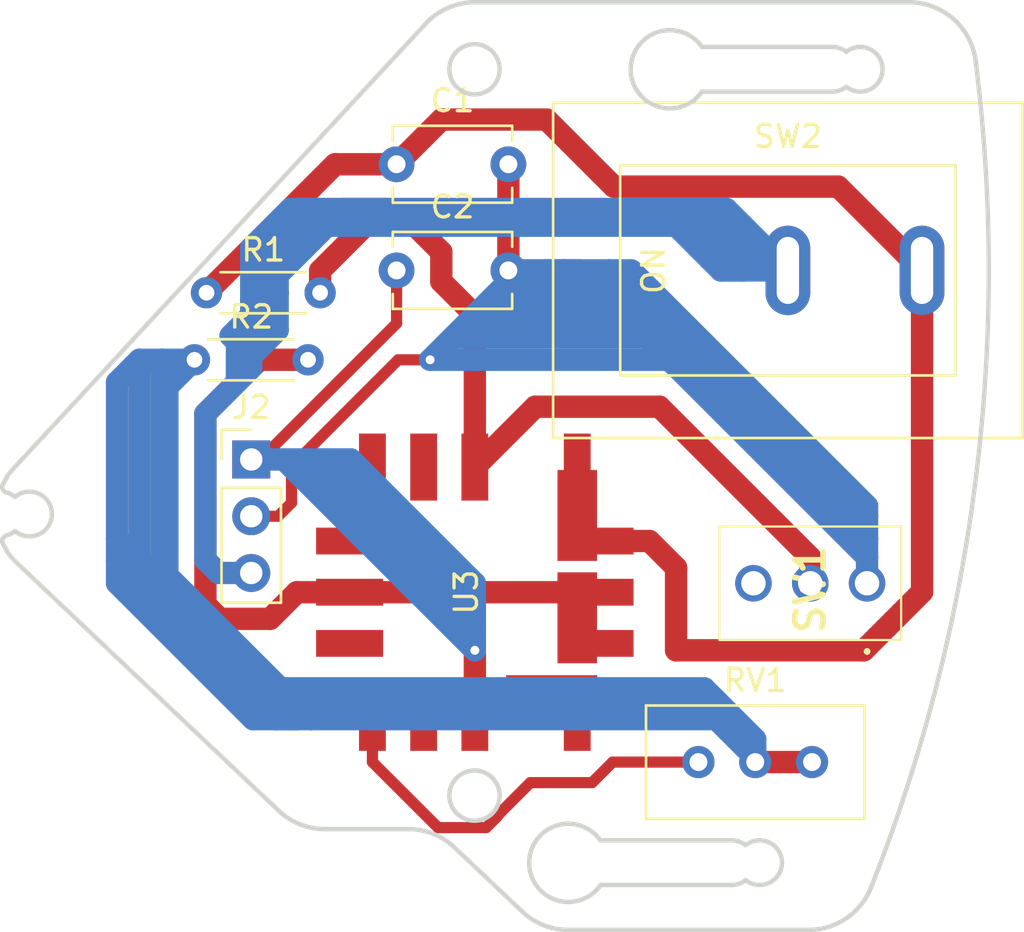
<source format=kicad_pcb>
(kicad_pcb (version 20221018) (generator pcbnew)
  (layers (0 "F.Cu" signal) (31 "B.Cu" signal) (34 "B.Paste" user) (35 "F.Paste" user) (36 "B.SilkS" user "B.Silkscreen") (37 "F.SilkS" user "F.Silkscreen") (38 "B.Mask" user) (39 "F.Mask" user) (44 "Edge.Cuts" user))
  (net 0 "")
  (net 1 "Net-(U3-VIN)")
  (net 2 "GND")
  (net 3 "+12V")
  (net 4 "+5V")
  (net 5 "Net-(U3-ON{slash}OFF_CTRL)")
  (net 6 "Net-(R2-Pad1)")
  (net 7 "Net-(R2-Pad2)")
  (net 8 "Net-(U3-TRIM)")
  (footprint "Lib:DS-850k" (layer "F.Cu") (at 164 99 180)
    (fp_text reference "SW2" (at 0 6) (layer "F.SilkS"))
    (fp_text value "SW_DIP_x01")
    (fp_text user "ON" (at 6 0 90) (layer "F.SilkS"))
    (fp_line (start -10.5 -7.5) (end -10.5 7.5) (stroke (width 0.12)) (layer "F.SilkS"))
    (fp_line (start -10.5 7.5) (end 10.5 7.5) (stroke (width 0.12)) (layer "F.SilkS"))
    (fp_line (start -7.5 -4.7) (end -7.5 4.7) (stroke (width 0.12)) (layer "F.SilkS"))
    (fp_line (start -7.5 4.7) (end 7.5 4.7) (stroke (width 0.12)) (layer "F.SilkS"))
    (fp_line (start 7.5 -4.7) (end -7.5 -4.7) (stroke (width 0.12)) (layer "F.SilkS"))
    (fp_line (start 7.5 0) (end 7.5 -4.7) (stroke (width 0.12)) (layer "F.SilkS"))
    (fp_line (start 7.5 4.7) (end 7.5 0) (stroke (width 0.12)) (layer "F.SilkS"))
    (fp_line (start 10.5 -7.5) (end -10.5 -7.5) (stroke (width 0.12)) (layer "F.SilkS"))
    (fp_line (start 10.5 0) (end 10.5 -7.5) (stroke (width 0.12)) (layer "F.SilkS"))
    (fp_line (start 10.5 7.5) (end 10.5 0) (stroke (width 0.12)) (layer "F.SilkS"))
    (pad "1" thru_hole oval (at 0 0 270) (size 4 2) (drill oval 3 1) (layers "*.Cu" "*.Mask") (net 3 "+12V"))
    (pad "2" thru_hole oval (at -6 0 270) (size 4 2) (drill oval 3 1) (layers "*.Cu" "*.Mask") (net 1 "Net-(U3-VIN)"))
  )
  (footprint "Potentiometer_THT:Potentiometer_Bourns_3296W_Vertical" (layer "F.Cu") (at 165.08 121)
    (fp_text reference "RV1" (at -2.54 -3.66) (layer "F.SilkS"))
    (fp_text value "R_Potentiometer_Trim_US")
    (fp_line (start -7.425 -2.53) (end -7.425 2.54) (stroke (width 0.12)) (layer "F.SilkS"))
    (fp_line (start -7.425 -2.53) (end 2.345 -2.53) (stroke (width 0.12)) (layer "F.SilkS"))
    (fp_line (start -7.425 2.54) (end 2.345 2.54) (stroke (width 0.12)) (layer "F.SilkS"))
    (fp_line (start 2.345 -2.53) (end 2.345 2.54) (stroke (width 0.12)) (layer "F.SilkS"))
    (pad "1" thru_hole circle (at 0 0) (size 1.44 1.44) (drill 0.8) (layers "*.Cu" "*.Mask") (net 6 "Net-(R2-Pad1)"))
    (pad "2" thru_hole circle (at -2.54 0) (size 1.44 1.44) (drill 0.8) (layers "*.Cu" "*.Mask") (net 6 "Net-(R2-Pad1)"))
    (pad "3" thru_hole circle (at -5.08 0) (size 1.44 1.44) (drill 0.8) (layers "*.Cu" "*.Mask") (net 8 "Net-(U3-TRIM)"))
  )
  (footprint "Resistor_THT:R_Axial_DIN0204_L3.6mm_D1.6mm_P5.08mm_Horizontal" (layer "F.Cu") (at 138 100)
    (fp_text reference "R1" (at 2.54 -1.92) (layer "F.SilkS"))
    (fp_text value "R")
    (fp_line (start 0.62 -0.92) (end 4.46 -0.92) (stroke (width 0.12)) (layer "F.SilkS"))
    (fp_line (start 0.62 0.92) (end 4.46 0.92) (stroke (width 0.12)) (layer "F.SilkS"))
    (pad "1" thru_hole circle (at 0 0) (size 1.4 1.4) (drill 0.7) (layers "*.Cu" "*.Mask") (net 1 "Net-(U3-VIN)"))
    (pad "2" thru_hole oval (at 5.08 0) (size 1.4 1.4) (drill 0.7) (layers "*.Cu" "*.Mask") (net 5 "Net-(U3-ON{slash}OFF_CTRL)"))
  )
  (footprint "Lib:2MS1T2B4M2QES" (layer "F.Cu") (at 167.54 113 90)
    (fp_text reference "SW1" (at -0.28 -2.54 90) (layer "F.SilkS") (effects (font (size 1.27 1.27) (thickness 0.254))))
    (fp_text value "SW_DIP_x01" hide)
    (fp_line (start -3.1 0) (end -3.1 0) (stroke (width 0.2)) (layer "F.SilkS"))
    (fp_line (start -3.1 0) (end -3.1 0) (stroke (width 0.2)) (layer "F.SilkS"))
    (fp_line (start -3 0) (end -3 0) (stroke (width 0.2)) (layer "F.SilkS"))
    (fp_line (start -2.54 -6.605) (end -2.54 1.525) (stroke (width 0.1)) (layer "F.SilkS"))
    (fp_line (start -2.54 1.525) (end 2.54 1.525) (stroke (width 0.1)) (layer "F.SilkS"))
    (fp_line (start 2.54 -6.605) (end -2.54 -6.605) (stroke (width 0.1)) (layer "F.SilkS"))
    (fp_line (start 2.54 1.525) (end 2.54 -6.605) (stroke (width 0.1)) (layer "F.SilkS"))
    (fp_arc (start -3.1 0) (mid -3.05 -0.05) (end -3 0) (stroke (width 0.2)) (layer "F.SilkS"))
    (fp_arc (start -3 0) (mid -3.05 0.05) (end -3.1 0) (stroke (width 0.2)) (layer "F.SilkS"))
    (fp_arc (start -3 0) (mid -3.05 0.05) (end -3.1 0) (stroke (width 0.2)) (layer "F.SilkS"))
    (pad "1" thru_hole circle (at 0 0 90) (size 1.635 1.635) (drill 1.09) (layers "*.Cu" "*.Mask") (net 2 "GND"))
    (pad "2" thru_hole circle (at 0 -2.54 90) (size 1.635 1.635) (drill 1.09) (layers "*.Cu" "*.Mask") (net 5 "Net-(U3-ON{slash}OFF_CTRL)"))
    (pad "3" thru_hole circle (at 0 -5.08 90) (size 1.635 1.635) (drill 1.09) (layers "*.Cu" "*.Mask"))
  )
  (footprint "Lib:DCDC-murata-6A" (layer "F.Cu") (at 143.9 107.3 -90)
    (fp_text reference "U3" (at 6.096 -5.715 90) (layer "F.SilkS"))
    (fp_text value "OKL-T_6-W12N-C")
    (pad "1" smd trapezoid (at 0.5 -6.1 270) (size 3 1.2) (layers "F.Cu" "F.Paste" "F.Mask") (net 5 "Net-(U3-ON{slash}OFF_CTRL)"))
    (pad "2" smd trapezoid (at 0.5 -10.68 270) (size 3 1.2) (layers "F.Cu" "F.Paste" "F.Mask") (net 1 "Net-(U3-VIN)"))
    (pad "2" smd trapezoid (at 2.665 -10.68 270) (size 4.07 1.77) (layers "F.Cu" "F.Paste" "F.Mask") (net 1 "Net-(U3-VIN)"))
    (pad "2" smd trapezoid (at 3.81 -11.7 270) (size 1.2 3) (layers "F.Cu" "F.Paste" "F.Mask") (net 1 "Net-(U3-VIN)"))
    (pad "3" smd trapezoid (at 6.1 -11.7 270) (size 1.2 3) (layers "F.Cu" "F.Paste" "F.Mask") (net 7 "Net-(R2-Pad2)"))
    (pad "3" smd trapezoid (at 7.245 -10.68 270) (size 4.07 1.77) (layers "F.Cu" "F.Paste" "F.Mask") (net 7 "Net-(R2-Pad2)"))
    (pad "3" smd trapezoid (at 8.39 -11.7 270) (size 1.2 3) (layers "F.Cu" "F.Paste" "F.Mask") (net 7 "Net-(R2-Pad2)"))
    (pad "4" smd trapezoid (at 10.7 -9.535 270) (size 1.77 4.07) (layers "F.Cu" "F.Paste" "F.Mask") (net 4 "+5V"))
    (pad "4" smd trapezoid (at 11.7 -10.68 270) (size 3 1.2) (layers "F.Cu" "F.Paste" "F.Mask") (net 4 "+5V"))
    (pad "5" smd trapezoid (at 11.7 -6.1 270) (size 3 1.2) (layers "F.Cu" "F.Paste" "F.Mask") (net 4 "+5V"))
    (pad "6" smd trapezoid (at 11.7 -1.52 270) (size 3 1.2) (layers "F.Cu" "F.Paste" "F.Mask") (net 8 "Net-(U3-TRIM)"))
    (pad "7" smd trapezoid (at 6.1 -0.5 270) (size 1.2 3) (layers "F.Cu" "F.Paste" "F.Mask") (net 7 "Net-(R2-Pad2)"))
    (pad "8" smd trapezoid (at 3.81 -0.5 270) (size 1.2 3) (layers "F.Cu" "F.Paste" "F.Mask"))
    (pad "9" smd trapezoid (at 0.5 -1.52 270) (size 3 1.2) (layers "F.Cu" "F.Paste" "F.Mask"))
    (pad "10" smd trapezoid (at 0.5 -3.81 270) (size 3 1.2) (layers "F.Cu" "F.Paste" "F.Mask"))
    (pad "11" smd trapezoid (at 12.45 -3.81 270) (size 1.5 1.2) (layers "F.Cu" "F.Paste" "F.Mask"))
    (pad "12" smd trapezoid (at 8.39 -0.5 270) (size 1.2 3) (layers "F.Cu" "F.Paste" "F.Mask"))
    (pad "13" smd trapezoid (at 10.7 -3.81 270) (size 1 1.2) (layers "F.Cu" "F.Paste" "F.Mask"))
  )
  (footprint "Capacitor_THT:C_Disc_D5.1mm_W3.2mm_P5.00mm" (layer "F.Cu") (at 146.5 94.25)
    (fp_text reference "C1" (at 2.5 -2.85) (layer "F.SilkS"))
    (fp_text value "C")
    (fp_line (start -0.17 -1.721) (end -0.17 -1.055) (stroke (width 0.12)) (layer "F.SilkS"))
    (fp_line (start -0.17 -1.721) (end 5.17 -1.721) (stroke (width 0.12)) (layer "F.SilkS"))
    (fp_line (start -0.17 1.055) (end -0.17 1.721) (stroke (width 0.12)) (layer "F.SilkS"))
    (fp_line (start -0.17 1.721) (end 5.17 1.721) (stroke (width 0.12)) (layer "F.SilkS"))
    (fp_line (start 5.17 -1.721) (end 5.17 -1.055) (stroke (width 0.12)) (layer "F.SilkS"))
    (fp_line (start 5.17 1.055) (end 5.17 1.721) (stroke (width 0.12)) (layer "F.SilkS"))
    (pad "1" thru_hole circle (at 0 0) (size 1.6 1.6) (drill 0.8) (layers "*.Cu" "*.Mask") (net 1 "Net-(U3-VIN)"))
    (pad "2" thru_hole circle (at 5 0) (size 1.6 1.6) (drill 0.8) (layers "*.Cu" "*.Mask") (net 2 "GND"))
  )
  (footprint "Connector_PinHeader_2.54mm:PinHeader_1x03_P2.54mm_Vertical" (layer "F.Cu") (at 140 107.46)
    (fp_text reference "J2" (at 0 -2.33) (layer "F.SilkS"))
    (fp_text value "Conn_01x03_Socket")
    (fp_line (start -1.33 -1.33) (end 0 -1.33) (stroke (width 0.12)) (layer "F.SilkS"))
    (fp_line (start -1.33 0) (end -1.33 -1.33) (stroke (width 0.12)) (layer "F.SilkS"))
    (fp_line (start -1.33 1.27) (end -1.33 6.41) (stroke (width 0.12)) (layer "F.SilkS"))
    (fp_line (start -1.33 1.27) (end 1.33 1.27) (stroke (width 0.12)) (layer "F.SilkS"))
    (fp_line (start -1.33 6.41) (end 1.33 6.41) (stroke (width 0.12)) (layer "F.SilkS"))
    (fp_line (start 1.33 1.27) (end 1.33 6.41) (stroke (width 0.12)) (layer "F.SilkS"))
    (pad "1" thru_hole rect (at 0 0) (size 1.7 1.7) (drill 1) (layers "*.Cu" "*.Mask") (net 4 "+5V"))
    (pad "2" thru_hole oval (at 0 2.54) (size 1.7 1.7) (drill 1) (layers "*.Cu" "*.Mask") (net 2 "GND"))
    (pad "3" thru_hole oval (at 0 5.08) (size 1.7 1.7) (drill 1) (layers "*.Cu" "*.Mask") (net 3 "+12V"))
  )
  (footprint "Capacitor_THT:C_Disc_D5.1mm_W3.2mm_P5.00mm" (layer "F.Cu") (at 146.5 99)
    (fp_text reference "C2" (at 2.5 -2.85) (layer "F.SilkS"))
    (fp_text value "C")
    (fp_line (start -0.17 -1.721) (end -0.17 -1.055) (stroke (width 0.12)) (layer "F.SilkS"))
    (fp_line (start -0.17 -1.721) (end 5.17 -1.721) (stroke (width 0.12)) (layer "F.SilkS"))
    (fp_line (start -0.17 1.055) (end -0.17 1.721) (stroke (width 0.12)) (layer "F.SilkS"))
    (fp_line (start -0.17 1.721) (end 5.17 1.721) (stroke (width 0.12)) (layer "F.SilkS"))
    (fp_line (start 5.17 -1.721) (end 5.17 -1.055) (stroke (width 0.12)) (layer "F.SilkS"))
    (fp_line (start 5.17 1.055) (end 5.17 1.721) (stroke (width 0.12)) (layer "F.SilkS"))
    (pad "1" thru_hole circle (at 0 0) (size 1.6 1.6) (drill 0.8) (layers "*.Cu" "*.Mask") (net 4 "+5V"))
    (pad "2" thru_hole circle (at 5 0) (size 1.6 1.6) (drill 0.8) (layers "*.Cu" "*.Mask") (net 2 "GND"))
  )
  (footprint "Resistor_THT:R_Axial_DIN0204_L3.6mm_D1.6mm_P5.08mm_Horizontal" (layer "F.Cu") (at 137.46 103)
    (fp_text reference "R2" (at 2.54 -1.92) (layer "F.SilkS"))
    (fp_text value "R")
    (fp_line (start 0.62 -0.92) (end 4.46 -0.92) (stroke (width 0.12)) (layer "F.SilkS"))
    (fp_line (start 0.62 0.92) (end 4.46 0.92) (stroke (width 0.12)) (layer "F.SilkS"))
    (pad "1" thru_hole circle (at 0 0) (size 1.4 1.4) (drill 0.7) (layers "*.Cu" "*.Mask") (net 6 "Net-(R2-Pad1)"))
    (pad "2" thru_hole oval (at 5.08 0) (size 1.4 1.4) (drill 0.7) (layers "*.Cu" "*.Mask") (net 7 "Net-(R2-Pad2)"))
  )
  (gr_arc (start 147.798891 87.961585) (mid 148.799007 87.250885) (end 149.999999 86.999997) (stroke (width 0.2)) (layer "Edge.Cuts"))
  (gr_arc (start 161.485062 124.499996) (mid 161.816253 124.556433) (end 162.110062 124.719372) (stroke (width 0.2)) (layer "Edge.Cuts"))
  (gr_arc (start 129.045462 108.302991) (mid 129.056695 108.268753) (end 129.073889 108.237087) (stroke (width 0.2)) (layer "Edge.Cuts"))
  (gr_arc (start 129.047919 108.935162) (mid 129.252847 109.016155) (end 129.435062 109.140063) (stroke (width 0.2)) (layer "Edge.Cuts"))
  (gr_arc (start 155.623262 126.499996) (mid 152.430141 125.522541) (end 155.609109 124.499996) (stroke (width 0.2)) (layer "Edge.Cuts"))
  (gr_circle (center 149.985064 89.999997) (end 148.860064 89.999997) (stroke (width 0.2)) (fill none) (layer "Edge.Cuts"))
  (gr_line (start 155.623262 126.499996) (end 161.485062 126.499996) (stroke (width 0.2)) (layer "Edge.Cuts"))
  (gr_arc (start 162.110062 126.280621) (mid 161.816253 126.44356) (end 161.485062 126.499996) (stroke (width 0.2)) (layer "Edge.Cuts"))
  (gr_arc (start 129.507874 112.078618) (mid 129.276214 111.833091) (end 129.073603 111.563094) (stroke (width 0.2)) (layer "Edge.Cuts"))
  (gr_arc (start 160.15713 90.999997) (mid 156.97099 89.999995) (end 160.157131 88.999997) (stroke (width 0.2)) (layer "Edge.Cuts"))
  (gr_arc (start 166.610063 89.219371) (mid 168.235061 89.999997) (end 166.610063 90.780623) (stroke (width 0.2)) (layer "Edge.Cuts"))
  (gr_circle (center 149.985064 122.499997) (end 148.860064 122.499997) (stroke (width 0.2)) (fill none) (layer "Edge.Cuts"))
  (gr_line (start 165.984591 88.999997) (end 160.157131 88.999997) (stroke (width 0.2)) (layer "Edge.Cuts"))
  (gr_line (start 161.485062 124.499996) (end 155.609109 124.499996) (stroke (width 0.2)) (layer "Edge.Cuts"))
  (gr_arc (start 154.180098 128.510159) (mid 153.069904 128.297177) (end 152.117344 127.688471) (stroke (width 0.2)) (layer "Edge.Cuts"))
  (gr_arc (start 129.073889 108.237087) (mid 129.214225 108.043597) (end 129.36952 107.861893) (stroke (width 0.2)) (layer "Edge.Cuts"))
  (gr_arc (start 166.610063 90.780623) (mid 166.316255 90.943561) (end 165.985064 90.999997) (stroke (width 0.2)) (layer "Edge.Cuts"))
  (gr_line (start 147.798891 87.961585) (end 129.36952 107.861893) (stroke (width 0.2)) (layer "Edge.Cuts"))
  (gr_line (start 129.507874 112.078618) (end 141.229387 123.17831) (stroke (width 0.2)) (layer "Edge.Cuts"))
  (gr_arc (start 129.435062 109.140063) (mid 131.085062 109.899997) (end 129.435062 110.659931) (stroke (width 0.2)) (layer "Edge.Cuts"))
  (gr_arc (start 162.110062 124.719372) (mid 163.735062 125.499997) (end 162.110062 126.280621) (stroke (width 0.2)) (layer "Edge.Cuts"))
  (gr_arc (start 165.984591 88.999997) (mid 166.316031 89.056355) (end 166.610063 89.219371) (stroke (width 0.2)) (layer "Edge.Cuts"))
  (gr_arc (start 167.716157 126.614749) (mid 166.613067 127.991466) (end 164.926913 128.510159) (stroke (width 0.2)) (layer "Edge.Cuts"))
  (gr_arc (start 147.027202 123.999997) (mid 148.137396 124.212979) (end 149.089956 124.821685) (stroke (width 0.2)) (layer "Edge.Cuts"))
  (gr_arc (start 129.044965 111.496213) (mid 128.963207 111.358035) (end 128.888958 111.215681) (stroke (width 0.2)) (layer "Edge.Cuts"))
  (gr_line (start 169.420348 86.999997) (end 149.999999 86.999997) (stroke (width 0.2)) (layer "Edge.Cuts"))
  (gr_arc (start 143.292141 123.999997) (mid 142.181947 123.787015) (end 141.229387 123.17831) (stroke (width 0.2)) (layer "Edge.Cuts"))
  (gr_arc (start 129.073603 111.563094) (mid 129.056217 111.530967) (end 129.044965 111.496213) (stroke (width 0.2)) (layer "Edge.Cuts"))
  (gr_line (start 149.089956 124.821685) (end 152.117344 127.688471) (stroke (width 0.2)) (layer "Edge.Cuts"))
  (gr_line (start 154.180098 128.510159) (end 164.926913 128.510159) (stroke (width 0.2)) (layer "Edge.Cuts"))
  (gr_arc (start 129.047919 108.935162) (mid 128.885915 108.797127) (end 128.888958 108.584313) (stroke (width 0.2)) (layer "Edge.Cuts"))
  (gr_arc (start 128.888958 108.584313) (mid 128.963434 108.441551) (end 129.045462 108.302991) (stroke (width 0.2)) (layer "Edge.Cuts"))
  (gr_line (start 160.15713 90.999997) (end 165.985064 90.999997) (stroke (width 0.2)) (layer "Edge.Cuts"))
  (gr_arc (start 128.888958 111.215681) (mid 128.885916 111.002868) (end 129.047919 110.864832) (stroke (width 0.2)) (layer "Edge.Cuts"))
  (gr_arc (start 129.435062 110.659931) (mid 129.252847 110.783839) (end 129.047919 110.864832) (stroke (width 0.2)) (layer "Edge.Cuts"))
  (gr_arc (start 169.420348 86.999997) (mid 171.404662 87.749997) (end 172.396819 89.624997) (stroke (width 0.2)) (layer "Edge.Cuts"))
  (gr_arc (start 172.396819 89.624997) (mid 172.391721 108.415372) (end 167.716157 126.614749) (stroke (width 0.2)) (layer "Edge.Cuts"))
  (gr_line (start 143.292141 123.999997) (end 147.027202 123.999997) (stroke (width 0.2)) (layer "Edge.Cuts"))
  (segment (start 170 99) (end 170 113.393176) (width 1) (layer "F.Cu") (net 1))
  (segment (start 153.21 92.25) (end 156.21 95.25) (width 1) (layer "F.Cu") (net 1))
  (segment (start 143.75 94.25) (end 146.5 94.25) (width 1) (layer "F.Cu") (net 1))
  (segment (start 156.21 95.25) (end 166.25 95.25) (width 1) (layer "F.Cu") (net 1))
  (segment (start 167.393176 116) (end 159 116) (width 1) (layer "F.Cu") (net 1))
  (segment (start 170 113.393176) (end 167.393176 116) (width 1) (layer "F.Cu") (net 1))
  (segment (start 138 100) (end 143.75 94.25) (width 1) (layer "F.Cu") (net 1))
  (segment (start 148.5 92.25) (end 146.5 94.25) (width 1) (layer "F.Cu") (net 1))
  (segment (start 157.81 111.11) (end 155.6 111.11) (width 1) (layer "F.Cu") (net 1))
  (segment (start 159 116) (end 159 112.3) (width 1) (layer "F.Cu") (net 1))
  (segment (start 148.5 92.25) (end 153.21 92.25) (width 1) (layer "F.Cu") (net 1))
  (segment (start 166.25 95.25) (end 170 99) (width 1) (layer "F.Cu") (net 1))
  (segment (start 159 112.3) (end 157.81 111.11) (width 1) (layer "F.Cu") (net 1))
  (segment (start 151.5 94.25) (end 151.5 99) (width 1) (layer "F.Cu") (net 2))
  (segment (start 141.8 109.402081) (end 141.8 107.770509) (width 0.5) (layer "F.Cu") (net 2))
  (segment (start 146.570509 103) (end 148 103) (width 0.5) (layer "F.Cu") (net 2))
  (segment (start 140 110) (end 141.202081 110) (width 0.5) (layer "F.Cu") (net 2))
  (segment (start 141.8 107.770509) (end 146.570509 103) (width 0.5) (layer "F.Cu") (net 2))
  (segment (start 141.202081 110) (end 141.8 109.402081) (width 0.5) (layer "F.Cu") (net 2))
  (via (at 148 103) (size 0.8) (drill 0.4) (layers "F.Cu" "B.Cu") (net 2))
  (segment (start 157.84806 102.15194) (end 158.84806 103.15194) (width 1) (layer "B.Cu") (net 2))
  (segment (start 156 99) (end 157 99) (width 1) (layer "B.Cu") (net 2))
  (segment (start 154.696119 99) (end 154 99) (width 1) (layer "B.Cu") (net 2))
  (segment (start 158.84806 103.15194) (end 167.54 111.843881) (width 1) (layer "B.Cu") (net 2))
  (segment (start 154 99) (end 154 99.15194) (width 1) (layer "B.Cu") (net 2))
  (segment (start 156.84806 101.15194) (end 157.84806 102.15194) (width 1) (layer "B.Cu") (net 2))
  (segment (start 152 100.15194) (end 154 100.15194) (width 1) (layer "B.Cu") (net 2))
  (segment (start 155.84806 100.15194) (end 156.84806 101.15194) (width 1) (layer "B.Cu") (net 2))
  (segment (start 154 100.15194) (end 155 100.15194) (width 1) (layer "B.Cu") (net 2))
  (segment (start 153.15194 99.30388) (end 154 100.15194) (width 1) (layer "B.Cu") (net 2))
  (segment (start 154.696119 99) (end 155.84806 100.15194) (width 1) (layer "B.Cu") (net 2))
  (segment (start 154 99) (end 153.15194 99) (width 1) (layer "B.Cu") (net 2))
  (segment (start 150.15194 101.15194) (end 156.84806 101.15194) (width 1) (layer "B.Cu") (net 2))
  (segment (start 151.5 99.5) (end 150.5 100.5) (width 1) (layer "B.Cu") (net 2))
  (segment (start 153.15194 99) (end 153.15194 99.30388) (width 1) (layer "B.Cu") (net 2))
  (segment (start 150.84806 100.15194) (end 152 100.15194) (width 1) (layer "B.Cu") (net 2))
  (segment (start 153.15194 99) (end 152 100.15194) (width 1) (layer "B.Cu") (net 2))
  (segment (start 156 99) (end 156 99.46) (width 1) (layer "B.Cu") (net 2))
  (segment (start 167.54 111) (end 167.54 111.843881) (width 1) (layer "B.Cu") (net 2))
  (segment (start 158.69612 103) (end 148 103) (width 1) (layer "B.Cu") (net 2))
  (segment (start 150 101) (end 150.15194 101.15194) (width 1) (layer "B.Cu") (net 2))
  (segment (start 149 102) (end 148 103) (width 1) (layer "B.Cu") (net 2))
  (segment (start 150 101) (end 149 102) (width 1) (layer "B.Cu") (net 2))
  (segment (start 167.54 110) (end 167.54 111) (width 1) (layer "B.Cu") (net 2))
  (segment (start 154 100.15194) (end 154 99) (width 1) (layer "B.Cu") (net 2))
  (segment (start 150.5 100.5) (end 150.84806 100.15194) (width 1) (layer "B.Cu") (net 2))
  (segment (start 157 99) (end 167.54 109.54) (width 1) (layer "B.Cu") (net 2))
  (segment (start 158.84806 103.15194) (end 158.69612 103) (width 1) (layer "B.Cu") (net 2))
  (segment (start 167.54 109.54) (end 167.54 110) (width 1) (layer "B.Cu") (net 2))
  (segment (start 157.69612 102) (end 149 102) (width 1) (layer "B.Cu") (net 2))
  (segment (start 156.54 99) (end 167.54 110) (width 1) (layer "B.Cu") (net 2))
  (segment (start 157.84806 102.15194) (end 157.69612 102) (width 1) (layer "B.Cu") (net 2))
  (segment (start 151.5 99) (end 151.5 99.5) (width 1) (layer "B.Cu") (net 2))
  (segment (start 155 100.15194) (end 155.84806 100.15194) (width 1) (layer "B.Cu") (net 2))
  (segment (start 151.5 99) (end 154.696119 99) (width 1) (layer "B.Cu") (net 2))
  (segment (start 156 99.46) (end 167.54 111) (width 1) (layer "B.Cu") (net 2))
  (segment (start 156 99) (end 156.54 99) (width 1) (layer "B.Cu") (net 2))
  (segment (start 154 99.15194) (end 155 100.15194) (width 1) (layer "B.Cu") (net 2))
  (segment (start 150.5 100.5) (end 150 101) (width 1) (layer "B.Cu") (net 2))
  (segment (start 151.5 99) (end 156 99) (width 1) (layer "B.Cu") (net 2))
  (segment (start 167.54 111.843881) (end 167.54 113) (width 1) (layer "B.Cu") (net 2))
  (segment (start 163 98) (end 161 98) (width 1) (layer "B.Cu") (net 3))
  (segment (start 141.18 99.212994) (end 141.18 100) (width 1) (layer "B.Cu") (net 3))
  (segment (start 140 102.852994) (end 140 103.36) (width 1) (layer "B.Cu") (net 3))
  (segment (start 140 101) (end 140 103.36) (width 1) (layer "B.Cu") (net 3))
  (segment (start 161 98) (end 160 98) (width 1) (layer "B.Cu") (net 3))
  (segment (start 162 99) (end 161 99) (width 1) (layer "B.Cu") (net 3))
  (segment (start 141.18 100) (end 141 100) (width 1) (layer "B.Cu") (net 3))
  (segment (start 143 96.25) (end 141.75 96.25) (width 1) (layer "B.Cu") (net 3))
  (segment (start 140 99) (end 140 100.392994) (width 1) (layer "B.Cu") (net 3))
  (segment (start 143 96.25) (end 142.75 96.25) (width 1) (layer "B.Cu") (net 3))
  (segment (start 138.54 112.54) (end 140 112.54) (width 1) (layer "B.Cu") (net 3))
  (segment (start 142.75 96.25) (end 140 99) (width 1) (layer "B.Cu") (net 3))
  (segment (start 141.18 100) (end 141.18 101.672994) (width 1) (layer "B.Cu") (net 3))
  (segment (start 141.75 96.25) (end 140 98) (width 1) (layer "B.Cu") (net 3))
  (segment (start 139.36 102.212994) (end 139.36 104) (width 1) (layer "B.Cu") (net 3))
  (segment (start 146 96.25) (end 143 96.25) (width 1) (layer "B.Cu") (net 3))
  (segment (start 160.5 98.5) (end 160 98) (width 1) (layer "B.Cu") (net 3))
  (segment (start 164 99) (end 161 99) (width 1) (layer "B.Cu") (net 3))
  (segment (start 141.18 101.672994) (end 140 102.852994) (width 1) (layer "B.Cu") (net 3))
  (segment (start 162.5 98.5) (end 160.5 98.5) (width 1) (layer "B.Cu") (net 3))
  (segment (start 160 98) (end 159 97) (width 1) (layer "B.Cu") (net 3))
  (segment (start 162 97) (end 160 97) (width 1) (layer "B.Cu") (net 3))
  (segment (start 144.142994 96.25) (end 143.392994 97) (width 1) (layer "B.Cu") (net 3))
  (segment (start 140 103.36) (end 139.18 104.18) (width 1) (layer "B.Cu") (net 3))
  (segment (start 137.95 105.41) (end 137.95 111.95) (width 1) (layer "B.Cu") (net 3))
  (segment (start 162 97) (end 161 98) (width 1) (layer "B.Cu") (net 3))
  (segment (start 143.392994 97) (end 141.196497 99.196497) (width 1) (layer "B.Cu") (net 3))
  (segment (start 161.25 96.25) (end 146 96.25) (width 1) (layer "B.Cu") (net 3))
  (segment (start 139.36 104) (end 139.18 104.18) (width 1) (layer "B.Cu") (net 3))
  (segment (start 163 98) (end 162 97) (width 1) (layer "B.Cu") (net 3))
  (segment (start 140 100.392994) (end 140 101) (width 1) (layer "B.Cu") (net 3))
  (segment (start 139.073503 101.926497) (end 139.36 102.212994) (width 1) (layer "B.Cu") (net 3))
  (segment (start 163 98) (end 162 99) (width 1) (layer "B.Cu") (net 3))
  (segment (start 162 97) (end 161.25 96.25) (width 1) (layer "B.Cu") (net 3))
  (segment (start 160 97) (end 159 97) (width 1) (layer "B.Cu") (net 3))
  (segment (start 141.196497 99.196497) (end 140 100.392994) (width 1) (layer "B.Cu") (net 3))
  (segment (start 140 98) (end 140 99) (width 1) (layer "B.Cu") (net 3))
  (segment (start 140 101) (end 140.507006 101) (width 1) (layer "B.Cu") (net 3))
  (segment (start 164 99) (end 163 98) (width 1) (layer "B.Cu") (net 3))
  (segment (start 146 96.25) (end 144.142994 96.25) (width 1) (layer "B.Cu") (net 3))
  (segment (start 140 101) (end 139.073503 101.926497) (width 1) (layer "B.Cu") (net 3))
  (segment (start 141.196497 99.196497) (end 141.18 99.212994) (width 1) (layer "B.Cu") (net 3))
  (segment (start 139.18 104.18) (end 137.95 105.41) (width 1) (layer "B.Cu") (net 3))
  (segment (start 161 99) (end 160.5 98.5) (width 1) (layer "B.Cu") (net 3))
  (segment (start 140.507006 101) (end 141.18 101.672994) (width 1) (layer "B.Cu") (net 3))
  (segment (start 137.95 111.95) (end 138.54 112.54) (width 1) (layer "B.Cu") (net 3))
  (segment (start 141 100) (end 140 101) (width 1) (layer "B.Cu") (net 3))
  (segment (start 159 97) (end 143.392994 97) (width 1) (layer "B.Cu") (net 3))
  (segment (start 163 98) (end 162.5 98.5) (width 1) (layer "B.Cu") (net 3))
  (segment (start 160 97) (end 161 98) (width 1) (layer "B.Cu") (net 3))
  (segment (start 150 119) (end 152.435 119) (width 1) (layer "F.Cu") (net 4))
  (segment (start 146.5 99) (end 146.5 101.373453) (width 0.5) (layer "F.Cu") (net 4))
  (segment (start 152.435 119) (end 153.435 118) (width 1) (layer "F.Cu") (net 4))
  (segment (start 146.5 101.373453) (end 140.413453 107.46) (width 0.5) (layer "F.Cu") (net 4))
  (segment (start 150 119) (end 150 116) (width 1) (layer "F.Cu") (net 4))
  (segment (start 140.413453 107.46) (end 140 107.46) (width 0.5) (layer "F.Cu") (net 4))
  (segment (start 151.852408 118.247592) (end 151.852408 118) (width 0.5) (layer "F.Cu") (net 4))
  (via (at 150 116) (size 0.8) (drill 0.4) (layers "F.Cu" "B.Cu") (net 4))
  (segment (start 150 113) (end 144.46 107.46) (width 1) (layer "B.Cu") (net 4))
  (segment (start 141.46 107.46) (end 140 107.46) (width 1) (layer "B.Cu") (net 4))
  (segment (start 150 116) (end 150 115) (width 1) (layer "B.Cu") (net 4))
  (segment (start 143 107.46) (end 143.46 107.46) (width 1) (layer "B.Cu") (net 4))
  (segment (start 150 114) (end 150 113) (width 1) (layer "B.Cu") (net 4))
  (segment (start 144.46 107.46) (end 143 107.46) (width 1) (layer "B.Cu") (net 4))
  (segment (start 142 108) (end 141.46 107.46) (width 1) (layer "B.Cu") (net 4))
  (segment (start 142 108) (end 143 108) (width 1) (layer "B.Cu") (net 4))
  (segment (start 143.46 107.46) (end 150 114) (width 1) (layer "B.Cu") (net 4))
  (segment (start 143 107.46) (end 141.46 107.46) (width 1) (layer "B.Cu") (net 4))
  (segment (start 150 116) (end 142 108) (width 1) (layer "B.Cu") (net 4))
  (segment (start 150 115) (end 150 114) (width 1) (layer "B.Cu") (net 4))
  (segment (start 143 108) (end 150 115) (width 1) (layer "B.Cu") (net 4))
  (segment (start 158.256119 105.1) (end 152.7 105.1) (width 1) (layer "F.Cu") (net 5))
  (segment (start 143.08 99.010051) (end 143.08 100) (width 1) (layer "F.Cu") (net 5))
  (segment (start 147.328428 97) (end 145.090051 97) (width 1) (layer "F.Cu") (net 5))
  (segment (start 150 101) (end 148.5 99.5) (width 1) (layer "F.Cu") (net 5))
  (segment (start 165 111.843881) (end 158.256119 105.1) (width 1) (layer "F.Cu") (net 5))
  (segment (start 145.090051 97) (end 143.08 99.010051) (width 1) (layer "F.Cu") (net 5))
  (segment (start 150 107.8) (end 150 101) (width 1) (layer "F.Cu") (net 5))
  (segment (start 148.5 99.5) (end 148.5 98.171572) (width 1) (layer "F.Cu") (net 5))
  (segment (start 152.7 105.1) (end 150 107.8) (width 1) (layer "F.Cu") (net 5))
  (segment (start 165 113) (end 165 111.843881) (width 1) (layer "F.Cu") (net 5))
  (segment (start 148.5 98.171572) (end 147.328428 97) (width 1) (layer "F.Cu") (net 5))
  (segment (start 165.08 121) (end 162.54 121) (width 1) (layer "F.Cu") (net 6))
  (segment (start 141.08 119.08) (end 135.5 113.5) (width 1) (layer "B.Cu") (net 6))
  (segment (start 134 111) (end 134 112) (width 1) (layer "B.Cu") (net 6))
  (segment (start 135 103) (end 134 104) (width 1) (layer "B.Cu") (net 6))
  (segment (start 160.258233 117.7) (end 141.295836 117.7) (width 1) (layer "B.Cu") (net 6))
  (segment (start 160.760316 118.202082) (end 141.797918 118.202082) (width 1) (layer "B.Cu") (net 6))
  (segment (start 141.797918 118.202082) (end 141.202082 118.202082) (width 1) (layer "B.Cu") (net 6))
  (segment (start 162.54 120.824709) (end 162.54 121) (width 1) (layer "B.Cu") (net 6))
  (segment (start 135 103) (end 135 113) (width 1) (layer "B.Cu") (net 6))
  (segment (start 141.202082 118.202082) (end 135.5 112.5) (width 1) (layer "B.Cu") (net 6))
  (segment (start 137.46 103) (end 136 103) (width 1) (layer "B.Cu") (net 6))
  (segment (start 162.54 119.981767) (end 161.279117 118.720883) (width 1) (layer "B.Cu") (net 6))
  (segment (start 134 113) (end 140.08 119.08) (width 1) (layer "B.Cu") (net 6))
  (segment (start 162.54 121) (end 162.54 119.981767) (width 1) (layer "B.Cu") (net 6))
  (segment (start 135.5 113.5) (end 134 112) (width 1) (layer "B.Cu") (net 6))
  (segment (start 142 119.08) (end 142.675836 119.08) (width 1) (layer "B.Cu") (net 6))
  (segment (start 136 112) (end 136 103) (width 1) (layer "B.Cu") (net 6))
  (segment (start 141.295836 117.7) (end 141.297918 117.702082) (width 1) (layer "B.Cu") (net 6))
  (segment (start 135 113) (end 135.5 113.5) (width 1) (layer "B.Cu") (net 6))
  (segment (start 135.5 112.5) (end 134 111) (width 1) (layer "B.Cu") (net 6))
  (segment (start 161.279117 118.720883) (end 160.258233 117.7) (width 1) (layer "B.Cu") (net 6))
  (segment (start 135.5 112.5) (end 136 112) (width 1) (layer "B.Cu") (net 6))
  (segment (start 134 104) (end 134 111) (width 1) (layer "B.Cu") (net 6))
  (segment (start 161.279117 118.720883) (end 160.760316 118.202082) (width 1) (layer "B.Cu") (net 6))
  (segment (start 141.797918 118.202082) (end 142.675836 119.08) (width 1) (layer "B.Cu") (net 6))
  (segment (start 142 119.08) (end 141.08 119.08) (width 1) (layer "B.Cu") (net 6))
  (segment (start 137.46 103) (end 136.25 104.21) (width 1) (layer "B.Cu") (net 6))
  (segment (start 136.25 112.654164) (end 141.297918 117.702082) (width 1) (layer "B.Cu") (net 6))
  (segment (start 136.25 104.21) (end 136.25 112.654164) (width 1) (layer "B.Cu") (net 6))
  (segment (start 140.08 119.08) (end 142 119.08) (width 1) (layer "B.Cu") (net 6))
  (segment (start 141.297918 117.702082) (end 141.797918 118.202082) (width 1) (layer "B.Cu") (net 6))
  (segment (start 134 112) (end 134 113) (width 1) (layer "B.Cu") (net 6))
  (segment (start 142.675836 119.08) (end 160.795291 119.08) (width 1) (layer "B.Cu") (net 6))
  (segment (start 136 103) (end 135 103) (width 1) (layer "B.Cu") (net 6))
  (segment (start 160.795291 119.08) (end 162.54 120.824709) (width 1) (layer "B.Cu") (net 6))
  (segment (start 140.36 103) (end 142.54 103) (width 1) (layer "F.Cu") (net 7))
  (segment (start 142.039138 113.4) (end 140.849138 114.59) (width 1) (layer "F.Cu") (net 7))
  (segment (start 137.95 113.95) (end 137.95 105.41) (width 1) (layer "F.Cu") (net 7))
  (segment (start 137.95 105.41) (end 140.36 103) (width 1) (layer "F.Cu") (net 7))
  (segment (start 140.849138 114.59) (end 138.59 114.59) (width 1) (layer "F.Cu") (net 7))
  (segment (start 138.59 114.59) (end 137.95 113.95) (width 1) (layer "F.Cu") (net 7))
  (segment (start 144.4 113.4) (end 142.039138 113.4) (width 1) (layer "F.Cu") (net 7))
  (segment (start 155.6 113.4) (end 144.4 113.4) (width 1) (layer "F.Cu") (net 7))
  (segment (start 152.482407 121.92) (end 151.13 123.272407) (width 0.5) (layer "F.Cu") (net 8))
  (segment (start 151.13 123.272407) (end 150.986506 123.454873) (width 0.5) (layer "F.Cu") (net 8))
  (segment (start 145.42 121) (end 145.42 119) (width 0.5) (layer "F.Cu") (net 8))
  (segment (start 155.243688 121.92) (end 152.482407 121.92) (width 0.5) (layer "F.Cu") (net 8))
  (segment (start 156.163688 121) (end 155.243688 121.92) (width 0.5) (layer "F.Cu") (net 8))
  (segment (start 160 121) (end 156.163688 121) (width 0.5) (layer "F.Cu") (net 8))
  (segment (start 150.508333 123.933046) (end 148.353046 123.933046) (width 0.5) (layer "F.Cu") (net 8))
  (segment (start 148.353046 123.933046) (end 145.42 121) (width 0.5) (layer "F.Cu") (net 8))
  (segment (start 150.986506 123.454873) (end 150.508333 123.933046) (width 0.5) (layer "F.Cu") (net 8))
)
</source>
